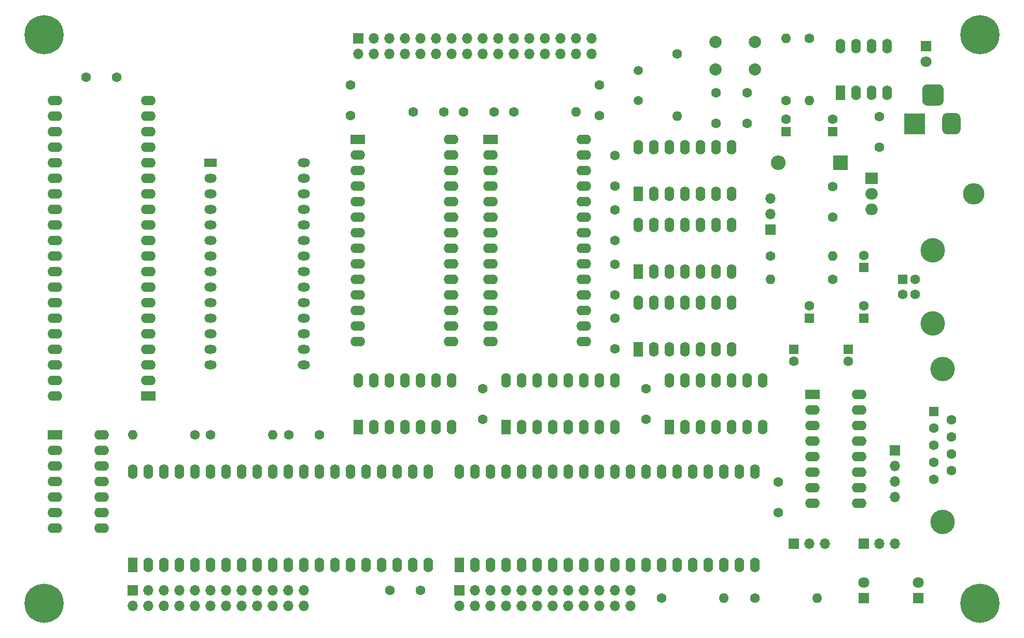
<source format=gbs>
G04 #@! TF.GenerationSoftware,KiCad,Pcbnew,(5.1.10)-1*
G04 #@! TF.CreationDate,2021-10-19T19:54:43+02:00*
G04 #@! TF.ProjectId,6502-cent1,36353032-2d63-4656-9e74-312e6b696361,rev?*
G04 #@! TF.SameCoordinates,Original*
G04 #@! TF.FileFunction,Soldermask,Bot*
G04 #@! TF.FilePolarity,Negative*
%FSLAX46Y46*%
G04 Gerber Fmt 4.6, Leading zero omitted, Abs format (unit mm)*
G04 Created by KiCad (PCBNEW (5.1.10)-1) date 2021-10-19 19:54:43*
%MOMM*%
%LPD*%
G01*
G04 APERTURE LIST*
%ADD10R,3.500000X3.500000*%
%ADD11C,1.600000*%
%ADD12O,1.600000X1.600000*%
%ADD13R,1.700000X1.700000*%
%ADD14O,1.700000X1.700000*%
%ADD15C,0.800000*%
%ADD16C,6.400000*%
%ADD17R,1.600000X2.400000*%
%ADD18O,1.600000X2.400000*%
%ADD19C,4.000000*%
%ADD20R,1.600000X1.600000*%
%ADD21O,2.000000X1.440000*%
%ADD22R,2.000000X1.440000*%
%ADD23C,1.500000*%
%ADD24O,2.400000X1.600000*%
%ADD25R,2.400000X1.600000*%
%ADD26O,2.000000X1.905000*%
%ADD27R,2.000000X1.905000*%
%ADD28O,3.500000X3.500000*%
%ADD29C,2.000000*%
%ADD30C,1.800000*%
%ADD31R,1.800000X1.800000*%
%ADD32O,2.400000X2.400000*%
%ADD33R,2.400000X2.400000*%
G04 APERTURE END LIST*
G36*
G01*
X170485000Y-32525000D02*
X170485000Y-34275000D01*
G75*
G02*
X169610000Y-35150000I-875000J0D01*
G01*
X167860000Y-35150000D01*
G75*
G02*
X166985000Y-34275000I0J875000D01*
G01*
X166985000Y-32525000D01*
G75*
G02*
X167860000Y-31650000I875000J0D01*
G01*
X169610000Y-31650000D01*
G75*
G02*
X170485000Y-32525000I0J-875000D01*
G01*
G37*
G36*
G01*
X173235000Y-37100000D02*
X173235000Y-39100000D01*
G75*
G02*
X172485000Y-39850000I-750000J0D01*
G01*
X170985000Y-39850000D01*
G75*
G02*
X170235000Y-39100000I0J750000D01*
G01*
X170235000Y-37100000D01*
G75*
G02*
X170985000Y-36350000I750000J0D01*
G01*
X172485000Y-36350000D01*
G75*
G02*
X173235000Y-37100000I0J-750000D01*
G01*
G37*
D10*
X165735000Y-38100000D03*
D11*
X160020000Y-36910000D03*
X160020000Y-41910000D03*
D12*
X110490000Y-36195000D03*
D11*
X100330000Y-36195000D03*
X152400000Y-48340000D03*
X152400000Y-53340000D03*
D13*
X146050000Y-106680000D03*
D14*
X148590000Y-106680000D03*
X151130000Y-106680000D03*
D15*
X178127056Y-114732944D03*
X176430000Y-114030000D03*
X174732944Y-114732944D03*
X174030000Y-116430000D03*
X174732944Y-118127056D03*
X176430000Y-118830000D03*
X178127056Y-118127056D03*
X178830000Y-116430000D03*
D16*
X176430000Y-116430000D03*
D15*
X25267056Y-114732944D03*
X23570000Y-114030000D03*
X21872944Y-114732944D03*
X21170000Y-116430000D03*
X21872944Y-118127056D03*
X23570000Y-118830000D03*
X25267056Y-118127056D03*
X25970000Y-116430000D03*
D16*
X23570000Y-116430000D03*
D15*
X178127056Y-21872944D03*
X176430000Y-21170000D03*
X174732944Y-21872944D03*
X174030000Y-23570000D03*
X174732944Y-25267056D03*
X176430000Y-25970000D03*
X178127056Y-25267056D03*
X178830000Y-23570000D03*
D16*
X176430000Y-23570000D03*
D15*
X25267056Y-21872944D03*
X23570000Y-21170000D03*
X21872944Y-21872944D03*
X21170000Y-23570000D03*
X21872944Y-25267056D03*
X23570000Y-25970000D03*
X25267056Y-25267056D03*
X25970000Y-23570000D03*
D16*
X23570000Y-23570000D03*
D14*
X162560000Y-99060000D03*
X162560000Y-96520000D03*
X162560000Y-93980000D03*
D13*
X162560000Y-91440000D03*
D17*
X38100000Y-110175000D03*
D18*
X86360000Y-94935000D03*
X40640000Y-110175000D03*
X83820000Y-94935000D03*
X43180000Y-110175000D03*
X81280000Y-94935000D03*
X45720000Y-110175000D03*
X78740000Y-94935000D03*
X48260000Y-110175000D03*
X76200000Y-94935000D03*
X50800000Y-110175000D03*
X73660000Y-94935000D03*
X53340000Y-110175000D03*
X71120000Y-94935000D03*
X55880000Y-110175000D03*
X68580000Y-94935000D03*
X58420000Y-110175000D03*
X66040000Y-94935000D03*
X60960000Y-110175000D03*
X63500000Y-94935000D03*
X63500000Y-110175000D03*
X60960000Y-94935000D03*
X66040000Y-110175000D03*
X58420000Y-94935000D03*
X68580000Y-110175000D03*
X55880000Y-94935000D03*
X71120000Y-110175000D03*
X53340000Y-94935000D03*
X73660000Y-110175000D03*
X50800000Y-94935000D03*
X76200000Y-110175000D03*
X48260000Y-94935000D03*
X78740000Y-110175000D03*
X45720000Y-94935000D03*
X81280000Y-110175000D03*
X43180000Y-94935000D03*
X83820000Y-110175000D03*
X40640000Y-94935000D03*
X86360000Y-110175000D03*
X38100000Y-94935000D03*
D13*
X38100000Y-114300000D03*
D14*
X38100000Y-116840000D03*
X40640000Y-114300000D03*
X40640000Y-116840000D03*
X43180000Y-114300000D03*
X43180000Y-116840000D03*
X45720000Y-114300000D03*
X45720000Y-116840000D03*
X48260000Y-114300000D03*
X48260000Y-116840000D03*
X50800000Y-114300000D03*
X50800000Y-116840000D03*
X53340000Y-114300000D03*
X53340000Y-116840000D03*
X55880000Y-114300000D03*
X55880000Y-116840000D03*
X58420000Y-114300000D03*
X58420000Y-116840000D03*
X60960000Y-114300000D03*
X60960000Y-116840000D03*
X63500000Y-114300000D03*
X63500000Y-116840000D03*
X66040000Y-114300000D03*
X66040000Y-116840000D03*
D19*
X170330000Y-78130000D03*
X170330000Y-103130000D03*
D11*
X171750000Y-94785000D03*
X171750000Y-92015000D03*
X171750000Y-89245000D03*
X171750000Y-86475000D03*
X168910000Y-96170000D03*
X168910000Y-93400000D03*
X168910000Y-90630000D03*
X168910000Y-87860000D03*
D20*
X168910000Y-85090000D03*
D18*
X153670000Y-25400000D03*
X161290000Y-33020000D03*
X156210000Y-25400000D03*
X158750000Y-33020000D03*
X158750000Y-25400000D03*
X156210000Y-33020000D03*
X161290000Y-25400000D03*
D17*
X153670000Y-33020000D03*
D21*
X66040000Y-77470000D03*
X50800000Y-77470000D03*
X66040000Y-74930000D03*
X50800000Y-74930000D03*
X66040000Y-72390000D03*
X50800000Y-72390000D03*
X66040000Y-69850000D03*
X50800000Y-69850000D03*
X66040000Y-67310000D03*
X50800000Y-67310000D03*
X66040000Y-64770000D03*
X50800000Y-64770000D03*
X66040000Y-62230000D03*
X50800000Y-62230000D03*
X66040000Y-59690000D03*
X50800000Y-59690000D03*
X66040000Y-57150000D03*
X50800000Y-57150000D03*
X66040000Y-54610000D03*
X50800000Y-54610000D03*
X66040000Y-52070000D03*
X50800000Y-52070000D03*
X66040000Y-49530000D03*
X50800000Y-49530000D03*
X66040000Y-46990000D03*
X50800000Y-46990000D03*
X66040000Y-44450000D03*
D22*
X50800000Y-44450000D03*
D23*
X120650000Y-29390000D03*
X120650000Y-34290000D03*
D24*
X33020000Y-88900000D03*
X25400000Y-104140000D03*
X33020000Y-91440000D03*
X25400000Y-101600000D03*
X33020000Y-93980000D03*
X25400000Y-99060000D03*
X33020000Y-96520000D03*
X25400000Y-96520000D03*
X33020000Y-99060000D03*
X25400000Y-93980000D03*
X33020000Y-101600000D03*
X25400000Y-91440000D03*
X33020000Y-104140000D03*
D25*
X25400000Y-88900000D03*
D24*
X111760000Y-40640000D03*
X96520000Y-73660000D03*
X111760000Y-43180000D03*
X96520000Y-71120000D03*
X111760000Y-45720000D03*
X96520000Y-68580000D03*
X111760000Y-48260000D03*
X96520000Y-66040000D03*
X111760000Y-50800000D03*
X96520000Y-63500000D03*
X111760000Y-53340000D03*
X96520000Y-60960000D03*
X111760000Y-55880000D03*
X96520000Y-58420000D03*
X111760000Y-58420000D03*
X96520000Y-55880000D03*
X111760000Y-60960000D03*
X96520000Y-53340000D03*
X111760000Y-63500000D03*
X96520000Y-50800000D03*
X111760000Y-66040000D03*
X96520000Y-48260000D03*
X111760000Y-68580000D03*
X96520000Y-45720000D03*
X111760000Y-71120000D03*
X96520000Y-43180000D03*
X111760000Y-73660000D03*
D25*
X96520000Y-40640000D03*
D24*
X156718000Y-82296000D03*
X149098000Y-100076000D03*
X156718000Y-84836000D03*
X149098000Y-97536000D03*
X156718000Y-87376000D03*
X149098000Y-94996000D03*
X156718000Y-89916000D03*
X149098000Y-92456000D03*
X156718000Y-92456000D03*
X149098000Y-89916000D03*
X156718000Y-94996000D03*
X149098000Y-87376000D03*
X156718000Y-97536000D03*
X149098000Y-84836000D03*
X156718000Y-100076000D03*
D25*
X149098000Y-82296000D03*
D18*
X120650000Y-67310000D03*
X135890000Y-74930000D03*
X123190000Y-67310000D03*
X133350000Y-74930000D03*
X125730000Y-67310000D03*
X130810000Y-74930000D03*
X128270000Y-67310000D03*
X128270000Y-74930000D03*
X130810000Y-67310000D03*
X125730000Y-74930000D03*
X133350000Y-67310000D03*
X123190000Y-74930000D03*
X135890000Y-67310000D03*
D17*
X120650000Y-74930000D03*
X91440000Y-110175000D03*
D18*
X139700000Y-94935000D03*
X93980000Y-110175000D03*
X137160000Y-94935000D03*
X96520000Y-110175000D03*
X134620000Y-94935000D03*
X99060000Y-110175000D03*
X132080000Y-94935000D03*
X101600000Y-110175000D03*
X129540000Y-94935000D03*
X104140000Y-110175000D03*
X127000000Y-94935000D03*
X106680000Y-110175000D03*
X124460000Y-94935000D03*
X109220000Y-110175000D03*
X121920000Y-94935000D03*
X111760000Y-110175000D03*
X119380000Y-94935000D03*
X114300000Y-110175000D03*
X116840000Y-94935000D03*
X116840000Y-110175000D03*
X114300000Y-94935000D03*
X119380000Y-110175000D03*
X111760000Y-94935000D03*
X121920000Y-110175000D03*
X109220000Y-94935000D03*
X124460000Y-110175000D03*
X106680000Y-94935000D03*
X127000000Y-110175000D03*
X104140000Y-94935000D03*
X129540000Y-110175000D03*
X101600000Y-94935000D03*
X132080000Y-110175000D03*
X99060000Y-94935000D03*
X134620000Y-110175000D03*
X96520000Y-94935000D03*
X137160000Y-110175000D03*
X93980000Y-94935000D03*
X139700000Y-110175000D03*
X91440000Y-94935000D03*
X99060000Y-80010000D03*
X116840000Y-87630000D03*
X101600000Y-80010000D03*
X114300000Y-87630000D03*
X104140000Y-80010000D03*
X111760000Y-87630000D03*
X106680000Y-80010000D03*
X109220000Y-87630000D03*
X109220000Y-80010000D03*
X106680000Y-87630000D03*
X111760000Y-80010000D03*
X104140000Y-87630000D03*
X114300000Y-80010000D03*
X101600000Y-87630000D03*
X116840000Y-80010000D03*
D17*
X99060000Y-87630000D03*
D18*
X120650000Y-54610000D03*
X135890000Y-62230000D03*
X123190000Y-54610000D03*
X133350000Y-62230000D03*
X125730000Y-54610000D03*
X130810000Y-62230000D03*
X128270000Y-54610000D03*
X128270000Y-62230000D03*
X130810000Y-54610000D03*
X125730000Y-62230000D03*
X133350000Y-54610000D03*
X123190000Y-62230000D03*
X135890000Y-54610000D03*
D17*
X120650000Y-62230000D03*
D18*
X74930000Y-80010000D03*
X90170000Y-87630000D03*
X77470000Y-80010000D03*
X87630000Y-87630000D03*
X80010000Y-80010000D03*
X85090000Y-87630000D03*
X82550000Y-80010000D03*
X82550000Y-87630000D03*
X85090000Y-80010000D03*
X80010000Y-87630000D03*
X87630000Y-80010000D03*
X77470000Y-87630000D03*
X90170000Y-80010000D03*
D17*
X74930000Y-87630000D03*
X125730000Y-87630000D03*
D18*
X140970000Y-80010000D03*
X128270000Y-87630000D03*
X138430000Y-80010000D03*
X130810000Y-87630000D03*
X135890000Y-80010000D03*
X133350000Y-87630000D03*
X133350000Y-80010000D03*
X135890000Y-87630000D03*
X130810000Y-80010000D03*
X138430000Y-87630000D03*
X128270000Y-80010000D03*
X140970000Y-87630000D03*
X125730000Y-80010000D03*
X120650000Y-41910000D03*
X135890000Y-49530000D03*
X123190000Y-41910000D03*
X133350000Y-49530000D03*
X125730000Y-41910000D03*
X130810000Y-49530000D03*
X128270000Y-41910000D03*
X128270000Y-49530000D03*
X130810000Y-41910000D03*
X125730000Y-49530000D03*
X133350000Y-41910000D03*
X123190000Y-49530000D03*
X135890000Y-41910000D03*
D17*
X120650000Y-49530000D03*
D24*
X25400000Y-82550000D03*
X40640000Y-34290000D03*
X25400000Y-80010000D03*
X40640000Y-36830000D03*
X25400000Y-77470000D03*
X40640000Y-39370000D03*
X25400000Y-74930000D03*
X40640000Y-41910000D03*
X25400000Y-72390000D03*
X40640000Y-44450000D03*
X25400000Y-69850000D03*
X40640000Y-46990000D03*
X25400000Y-67310000D03*
X40640000Y-49530000D03*
X25400000Y-64770000D03*
X40640000Y-52070000D03*
X25400000Y-62230000D03*
X40640000Y-54610000D03*
X25400000Y-59690000D03*
X40640000Y-57150000D03*
X25400000Y-57150000D03*
X40640000Y-59690000D03*
X25400000Y-54610000D03*
X40640000Y-62230000D03*
X25400000Y-52070000D03*
X40640000Y-64770000D03*
X25400000Y-49530000D03*
X40640000Y-67310000D03*
X25400000Y-46990000D03*
X40640000Y-69850000D03*
X25400000Y-44450000D03*
X40640000Y-72390000D03*
X25400000Y-41910000D03*
X40640000Y-74930000D03*
X25400000Y-39370000D03*
X40640000Y-77470000D03*
X25400000Y-36830000D03*
X40640000Y-80010000D03*
X25400000Y-34290000D03*
D25*
X40640000Y-82550000D03*
D24*
X90010000Y-40640000D03*
X74770000Y-73660000D03*
X90010000Y-43180000D03*
X74770000Y-71120000D03*
X90010000Y-45720000D03*
X74770000Y-68580000D03*
X90010000Y-48260000D03*
X74770000Y-66040000D03*
X90010000Y-50800000D03*
X74770000Y-63500000D03*
X90010000Y-53340000D03*
X74770000Y-60960000D03*
X90010000Y-55880000D03*
X74770000Y-58420000D03*
X90010000Y-58420000D03*
X74770000Y-55880000D03*
X90010000Y-60960000D03*
X74770000Y-53340000D03*
X90010000Y-63500000D03*
X74770000Y-50800000D03*
X90010000Y-66040000D03*
X74770000Y-48260000D03*
X90010000Y-68580000D03*
X74770000Y-45720000D03*
X90010000Y-71120000D03*
X74770000Y-43180000D03*
X90010000Y-73660000D03*
D25*
X74770000Y-40640000D03*
D26*
X158750000Y-52070000D03*
X158750000Y-49530000D03*
D27*
X158750000Y-46990000D03*
D28*
X175410000Y-49530000D03*
D29*
X133200000Y-29210000D03*
X133200000Y-24710000D03*
X139700000Y-29210000D03*
X139700000Y-24710000D03*
D12*
X149860000Y-115570000D03*
D11*
X139700000Y-115570000D03*
D12*
X134620000Y-115570000D03*
D11*
X124460000Y-115570000D03*
D12*
X127000000Y-36830000D03*
D11*
X127000000Y-26670000D03*
X152400000Y-63500000D03*
D12*
X142240000Y-63500000D03*
X60960000Y-88900000D03*
D11*
X50800000Y-88900000D03*
D12*
X38100000Y-88900000D03*
D11*
X48260000Y-88900000D03*
D12*
X144780000Y-24130000D03*
D11*
X144780000Y-34290000D03*
D12*
X148590000Y-34290000D03*
D11*
X148590000Y-24130000D03*
D12*
X152400000Y-59690000D03*
D11*
X142240000Y-59690000D03*
D13*
X157480000Y-106680000D03*
D14*
X160020000Y-106680000D03*
X162560000Y-106680000D03*
X142240000Y-50292000D03*
X142240000Y-52832000D03*
D13*
X142240000Y-55372000D03*
D19*
X168690000Y-58750000D03*
X168690000Y-70750000D03*
D11*
X165830000Y-63500000D03*
X165830000Y-66000000D03*
X163830000Y-66000000D03*
D20*
X163830000Y-63500000D03*
D13*
X91440000Y-114300000D03*
D14*
X91440000Y-116840000D03*
X93980000Y-114300000D03*
X93980000Y-116840000D03*
X96520000Y-114300000D03*
X96520000Y-116840000D03*
X99060000Y-114300000D03*
X99060000Y-116840000D03*
X101600000Y-114300000D03*
X101600000Y-116840000D03*
X104140000Y-114300000D03*
X104140000Y-116840000D03*
X106680000Y-114300000D03*
X106680000Y-116840000D03*
X109220000Y-114300000D03*
X109220000Y-116840000D03*
X111760000Y-114300000D03*
X111760000Y-116840000D03*
X114300000Y-114300000D03*
X114300000Y-116840000D03*
X116840000Y-114300000D03*
X116840000Y-116840000D03*
X119380000Y-114300000D03*
X119380000Y-116840000D03*
X113030000Y-26670000D03*
X113030000Y-24130000D03*
X110490000Y-26670000D03*
X110490000Y-24130000D03*
X107950000Y-26670000D03*
X107950000Y-24130000D03*
X105410000Y-26670000D03*
X105410000Y-24130000D03*
X102870000Y-26670000D03*
X102870000Y-24130000D03*
X100330000Y-26670000D03*
X100330000Y-24130000D03*
X97790000Y-26670000D03*
X97790000Y-24130000D03*
X95250000Y-26670000D03*
X95250000Y-24130000D03*
X92710000Y-26670000D03*
X92710000Y-24130000D03*
X90170000Y-26670000D03*
X90170000Y-24130000D03*
X87630000Y-26670000D03*
X87630000Y-24130000D03*
X85090000Y-26670000D03*
X85090000Y-24130000D03*
X82550000Y-26670000D03*
X82550000Y-24130000D03*
X80010000Y-26670000D03*
X80010000Y-24130000D03*
X77470000Y-26670000D03*
X77470000Y-24130000D03*
X74930000Y-26670000D03*
D13*
X74930000Y-24130000D03*
D30*
X166370000Y-113030000D03*
D31*
X166370000Y-115570000D03*
D30*
X157480000Y-113030000D03*
D31*
X157480000Y-115570000D03*
X167640000Y-25400000D03*
D30*
X167640000Y-27940000D03*
D32*
X143510000Y-44450000D03*
D33*
X153670000Y-44450000D03*
D11*
X116840000Y-61040000D03*
X116840000Y-66040000D03*
X116840000Y-74850000D03*
X116840000Y-69850000D03*
X114300000Y-36750000D03*
X114300000Y-31750000D03*
X146050000Y-76930000D03*
D20*
X146050000Y-74930000D03*
D11*
X157480000Y-67850000D03*
D20*
X157480000Y-69850000D03*
D11*
X97075000Y-36195000D03*
X92075000Y-36195000D03*
X148590000Y-67850000D03*
D20*
X148590000Y-69850000D03*
D11*
X154940000Y-76930000D03*
D20*
X154940000Y-74930000D03*
D11*
X157480000Y-59595000D03*
D20*
X157480000Y-61595000D03*
D11*
X143510000Y-96600000D03*
X143510000Y-101600000D03*
X85090000Y-114300000D03*
X80090000Y-114300000D03*
X95250000Y-81360000D03*
X95250000Y-86360000D03*
X116840000Y-52150000D03*
X116840000Y-57150000D03*
X63580000Y-88900000D03*
X68580000Y-88900000D03*
X121920000Y-81360000D03*
X121920000Y-86360000D03*
X116840000Y-43260000D03*
X116840000Y-48260000D03*
X83900000Y-36195000D03*
X88900000Y-36195000D03*
X73660000Y-36750000D03*
X73660000Y-31750000D03*
X35480000Y-30480000D03*
X30480000Y-30480000D03*
X152400000Y-37370000D03*
D20*
X152400000Y-39370000D03*
D11*
X133350000Y-38020000D03*
X133350000Y-33020000D03*
X138430000Y-38020000D03*
X138430000Y-33020000D03*
X144780000Y-37370000D03*
D20*
X144780000Y-39370000D03*
M02*

</source>
